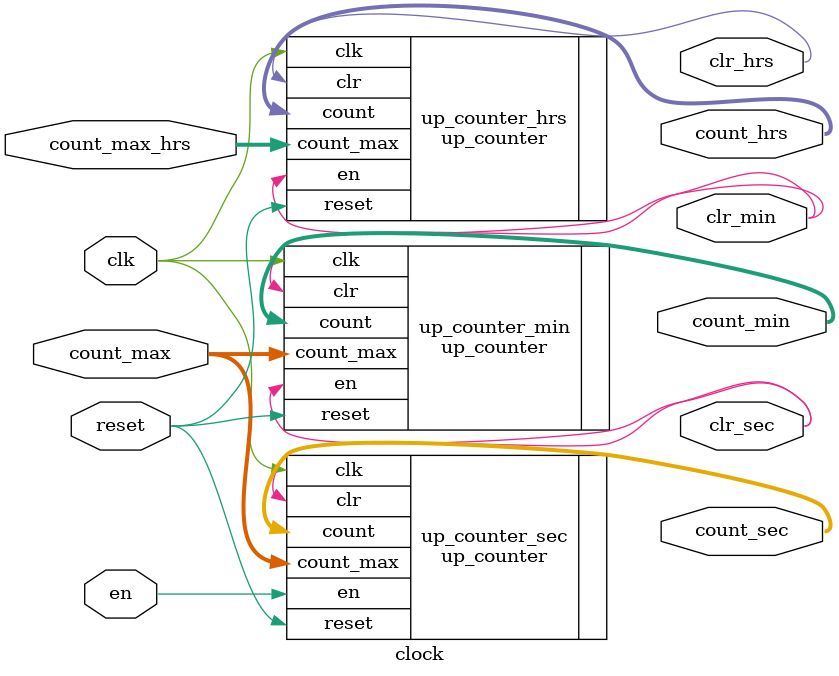
<source format=sv>
module clock (
input	logic		clk,
input	logic		reset,
input	logic		en,
input	logic		[31:0]		count_max,
input	logic		[31:0]		count_max_hrs,
output	logic		clr_sec,
output	logic		[31:0]		count_sec,
output	logic		clr_min,
output	logic		[31:0]		count_min,
output	logic		clr_hrs,
output	logic		[31:0]		count_hrs
);


up_counter up_counter_sec
(
.clk 				(clk),
.reset 				(reset),
.en 				(en),
.clr 				(clr_sec),
.count_max 				(count_max),
.count 				(count_sec)
);



up_counter up_counter_min
(
.clk 				(clk),
.reset 				(reset),
.en 				(clr_sec),
.count_max 				(count_max),
.clr 				(clr_min),
.count 				(count_min)
);



up_counter up_counter_hrs
(
.clk 				(clk),
.reset 				(reset),
.en 				(clr_min),
.count_max 				(count_max_hrs),
.clr 				(clr_hrs),
.count 				(count_hrs)
);

endmodule
</source>
